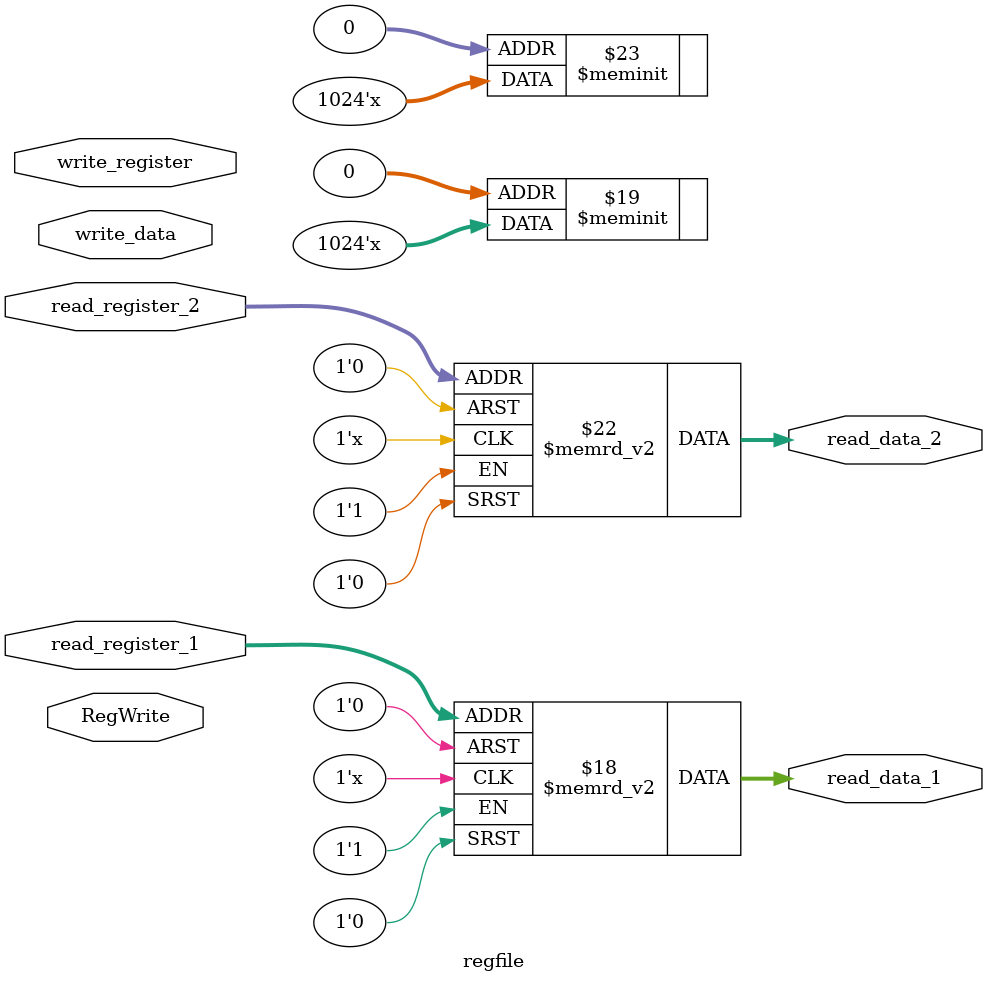
<source format=v>
module regfile(
input [4:0] read_register_1,
input [4:0] read_register_2,
input RegWrite,
input [4:0] write_register,
input [31:0] write_data,
output reg[31:0] read_data_1,
output reg[31:0] read_data_2
);
reg [31:0] registers[31:0];
//Manually giving 32-bit values for 32 register
initial begin
registers[0] = 32'b00000000000000000000000000000000;
registers[1] = 32'b00000000000000000000000000000001;
registers[2] = 32'b00000000000000000000000000000010;
registers[3] = 32'b00000000000000000000000000000011;
registers[4] = 32'b00000000000000000000000000000100;
registers[5] = 32'b00000000000000000000000000000101;
registers[6] = 32'b00000000000000000000000000000110;
registers[7] = 32'b00000000000000000000000000000111;
registers[8] = 32'b00000000000000000000000000001000;
registers[9] = 32'b00000000000000000000000000001001;
registers[10] = 32'b00000000000000000000000000001010;
registers[11] = 32'b00000000000000000000000000001011;
registers[12] = 32'b00000000000000000000000000001100;
registers[13] = 32'b00000000000000000000000000001101;
registers[14] = 32'b00000000000000000000000000001110;
registers[15] = 32'b00000000000000000000000000001111;
registers[16] = 32'b00000000000000000000000000010000;
registers[17] = 32'b00000000000000000000000000010001;
registers[18] = 32'b00000000000000000000000000010010;
registers[19] = 32'b00000000000000000000000000010011;
registers[20] = 32'b00000000000000000000000000010100;
registers[21] = 32'b00000000000000000000000000010101;
registers[22] = 32'b00000000000000000000000000010110;
registers[23] = 32'b00000000000000000000000000010111;
registers[24] = 32'b00000000000000000000000000011000;
registers[25] = 32'b00000000000000000000000000011001;
registers[26] = 32'b00000000000000000000000000011010;
registers[27] = 32'b00000000000000000000000000011011;
registers[28] = 32'b00000000000000000000000000011100;
registers[29] = 32'b00000000000000000000000000011101;
registers[30] = 32'b00000000000000000000000000011110;
registers[31] = 32'b00000000000000000000000000011111;
end
//o/p 1 and 2 shows data from i/p 1 and 2 based on registers index specified respectively
always @* begin
read_data_1 = registers[read_register_1];
read_data_2 = registers[read_register_2];
// Update registers when RegWrite is 1
if (RegWrite) begin
registers[write_register] <= write_data;
end
end
endmodule

</source>
